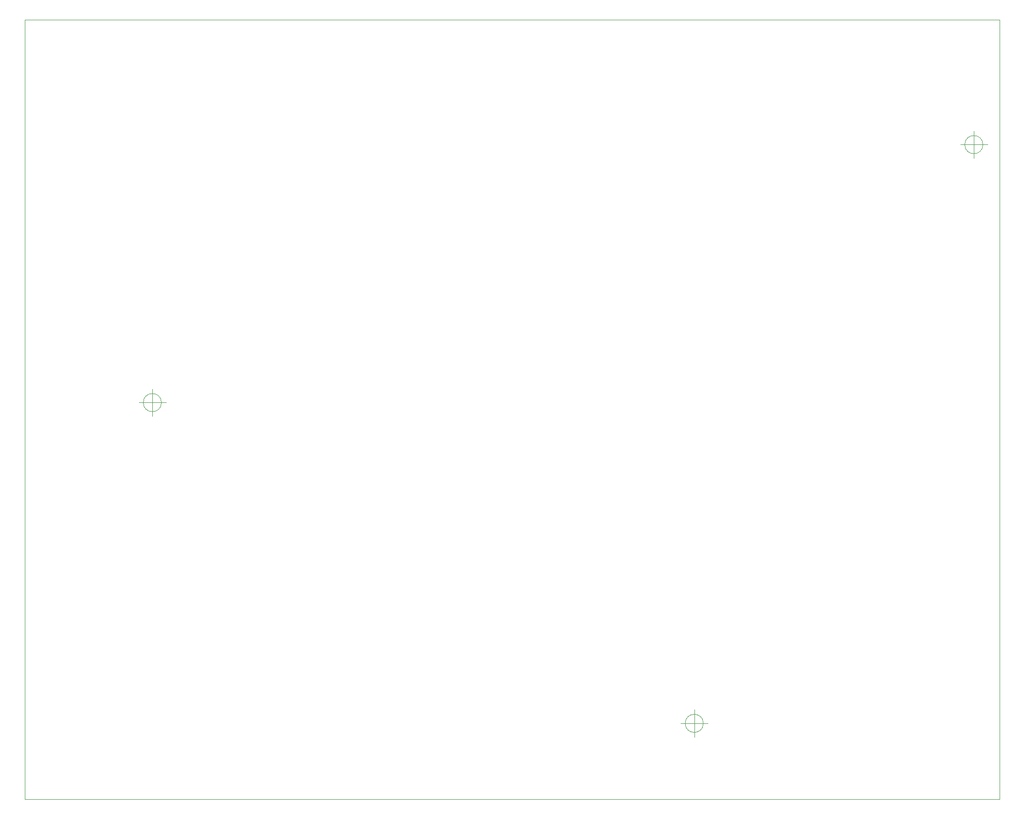
<source format=gtp>
G04 #@! TF.FileFunction,Paste,Top*
%FSLAX46Y46*%
G04 Gerber Fmt 4.6, Leading zero omitted, Abs format (unit mm)*
G04 Created by KiCad (PCBNEW 0.201509101502+6177~30~ubuntu15.04.1-product) date Sat 12 Sep 2015 07:26:27 PM CEST*
%MOMM*%
G01*
G04 APERTURE LIST*
%ADD10C,0.150000*%
%ADD11C,0.100000*%
G04 APERTURE END LIST*
D10*
D11*
X241554000Y-161290000D02*
X62230000Y-161290000D01*
X241554000Y-160528000D02*
X241554000Y-161290000D01*
X241554000Y-17780000D02*
X69850000Y-17780000D01*
X241554000Y-160528000D02*
X241554000Y-17780000D01*
X62230000Y-17780000D02*
X62230000Y-161290000D01*
X69850000Y-17780000D02*
X62230000Y-17780000D01*
X187086666Y-147320000D02*
G75*
G03X187086666Y-147320000I-1666666J0D01*
G01*
X182920000Y-147320000D02*
X187920000Y-147320000D01*
X185420000Y-144820000D02*
X185420000Y-149820000D01*
X87391666Y-88265000D02*
G75*
G03X87391666Y-88265000I-1666666J0D01*
G01*
X83225000Y-88265000D02*
X88225000Y-88265000D01*
X85725000Y-85765000D02*
X85725000Y-90765000D01*
X238521666Y-40767000D02*
G75*
G03X238521666Y-40767000I-1666666J0D01*
G01*
X234355000Y-40767000D02*
X239355000Y-40767000D01*
X236855000Y-38267000D02*
X236855000Y-43267000D01*
M02*

</source>
